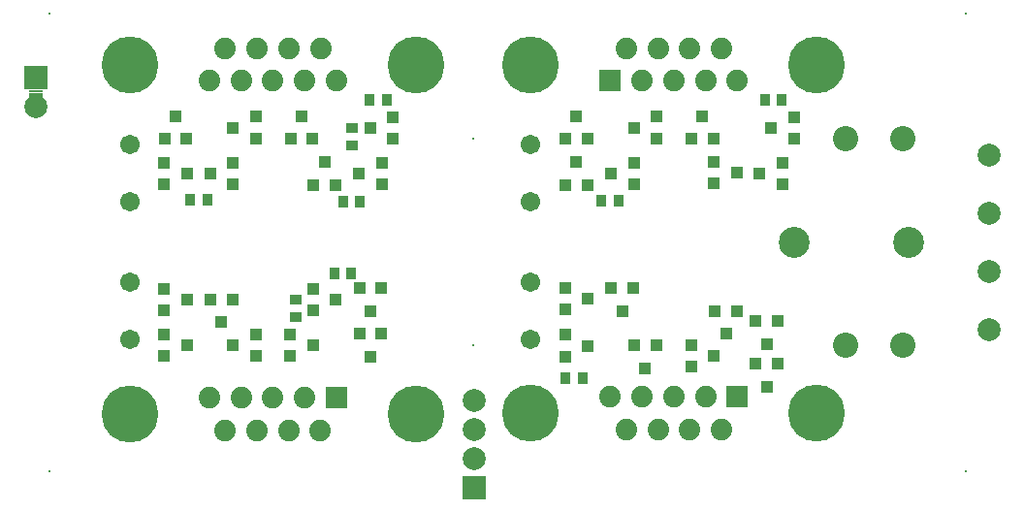
<source format=gbs>
G04 Layer_Color=16711935*
%FSLAX25Y25*%
%MOIN*%
G70*
G01*
G75*
%ADD52R,0.04343X0.03556*%
%ADD53R,0.03556X0.04343*%
%ADD63C,0.10642*%
%ADD64C,0.00800*%
%ADD65C,0.07453*%
%ADD66R,0.07453X0.07453*%
%ADD67C,0.19540*%
%ADD68C,0.07887*%
%ADD69R,0.07887X0.07887*%
%ADD70R,0.07887X0.07887*%
%ADD71C,0.06706*%
%ADD72C,0.08674*%
%ADD73R,0.04724X0.00787*%
%ADD74R,0.04343X0.03950*%
%ADD75R,0.03950X0.04343*%
%ADD76R,0.04737X0.03162*%
D52*
X96457Y78740D02*
D03*
X96457Y72835D02*
D03*
X115748Y131693D02*
D03*
X115748Y137598D02*
D03*
D53*
X115551Y87795D02*
D03*
X109646Y87795D02*
D03*
X127756Y147244D02*
D03*
X121850Y147244D02*
D03*
X60039Y112992D02*
D03*
X65945Y112992D02*
D03*
X112598Y112205D02*
D03*
X118504Y112205D02*
D03*
X263583Y147244D02*
D03*
X257677Y147244D02*
D03*
X201378Y112598D02*
D03*
X207283Y112598D02*
D03*
X189173Y51575D02*
D03*
X195079Y51575D02*
D03*
D63*
X267717Y98425D02*
D03*
X307087Y98425D02*
D03*
D64*
X157480Y133858D02*
D03*
X157480Y62992D02*
D03*
X326772Y19685D02*
D03*
X326772Y177165D02*
D03*
X11811Y177165D02*
D03*
X11811Y19685D02*
D03*
D65*
X204567Y45276D02*
D03*
X210020Y34095D02*
D03*
X215472Y45276D02*
D03*
X220925Y34095D02*
D03*
X226378Y45276D02*
D03*
X231831Y34095D02*
D03*
X237283Y45276D02*
D03*
X242736Y34095D02*
D03*
X248189Y153858D02*
D03*
X242736Y165039D02*
D03*
X237283Y153858D02*
D03*
X231831Y165039D02*
D03*
X226378Y153858D02*
D03*
X220925Y165039D02*
D03*
X215472Y153858D02*
D03*
X210020Y165039D02*
D03*
X110394Y153858D02*
D03*
X104941Y165039D02*
D03*
X99488Y153858D02*
D03*
X94035Y165039D02*
D03*
X88583Y153858D02*
D03*
X83130Y165039D02*
D03*
X77677Y153858D02*
D03*
X72224Y165039D02*
D03*
X66772Y153858D02*
D03*
X66752Y44961D02*
D03*
X72205Y33779D02*
D03*
X77658Y44961D02*
D03*
X83110Y33779D02*
D03*
X88563Y44961D02*
D03*
X94016Y33779D02*
D03*
X99468Y44961D02*
D03*
X104921Y33779D02*
D03*
D66*
X248189Y45276D02*
D03*
X204567Y153858D02*
D03*
X110374Y44961D02*
D03*
D67*
X275571Y39685D02*
D03*
X177185Y39685D02*
D03*
X177185Y159449D02*
D03*
X275571Y159449D02*
D03*
X39390Y159449D02*
D03*
X137776Y159449D02*
D03*
X137756Y39370D02*
D03*
X39370Y39370D02*
D03*
D68*
X334646Y128425D02*
D03*
X334646Y108425D02*
D03*
X334646Y88425D02*
D03*
X334646Y68425D02*
D03*
X157874Y24134D02*
D03*
X157874Y34134D02*
D03*
X157874Y44134D02*
D03*
X7087Y145000D02*
D03*
D69*
X157874Y14134D02*
D03*
D70*
X7087Y155000D02*
D03*
D71*
X39370Y131890D02*
D03*
X39370Y112205D02*
D03*
X39370Y64961D02*
D03*
X39370Y84646D02*
D03*
X177165Y64961D02*
D03*
X177165Y84646D02*
D03*
X177165Y131890D02*
D03*
X177165Y112205D02*
D03*
D72*
X285433Y62992D02*
D03*
X305118Y62992D02*
D03*
X285433Y133858D02*
D03*
X305118Y133858D02*
D03*
D73*
X7087Y150394D02*
D03*
D74*
X122047Y137598D02*
D03*
X129921Y133858D02*
D03*
X129921Y141339D02*
D03*
X118110Y122047D02*
D03*
X125984Y118307D02*
D03*
X125984Y125787D02*
D03*
X59055Y122047D02*
D03*
X51181Y125787D02*
D03*
X51181Y118307D02*
D03*
X66929Y122047D02*
D03*
X74803Y118307D02*
D03*
X74803Y125787D02*
D03*
X74803Y137795D02*
D03*
X82677Y134055D02*
D03*
X82677Y141535D02*
D03*
X259842Y137598D02*
D03*
X267717Y133858D02*
D03*
X267717Y141339D02*
D03*
X255906Y122047D02*
D03*
X263779Y118307D02*
D03*
X263779Y125787D02*
D03*
X248031Y122244D02*
D03*
X240158Y125984D02*
D03*
X240158Y118504D02*
D03*
X204724Y122047D02*
D03*
X212598Y118307D02*
D03*
X212598Y125787D02*
D03*
X212598Y137795D02*
D03*
X220472Y134055D02*
D03*
X220472Y141535D02*
D03*
X196850Y62795D02*
D03*
X188976Y66535D02*
D03*
X188976Y59055D02*
D03*
X196850Y78937D02*
D03*
X188976Y82677D02*
D03*
X188976Y75197D02*
D03*
X240158Y59252D02*
D03*
X232283Y62992D02*
D03*
X232283Y55512D02*
D03*
X59055Y62992D02*
D03*
X51181Y66732D02*
D03*
X51181Y59252D02*
D03*
X59055Y78740D02*
D03*
X51181Y82480D02*
D03*
X51181Y75000D02*
D03*
X74803Y62992D02*
D03*
X82677Y59252D02*
D03*
X82677Y66732D02*
D03*
X110236Y78740D02*
D03*
X102362Y82480D02*
D03*
X102362Y75000D02*
D03*
X102362Y62992D02*
D03*
X94488Y66732D02*
D03*
X94488Y59252D02*
D03*
D75*
X106299Y125984D02*
D03*
X102559Y118110D02*
D03*
X110039Y118110D02*
D03*
X98425Y141732D02*
D03*
X94685Y133858D02*
D03*
X102165Y133858D02*
D03*
X55118Y141732D02*
D03*
X51378Y133858D02*
D03*
X58858Y133858D02*
D03*
X236221Y141732D02*
D03*
X232480Y133858D02*
D03*
X239961Y133858D02*
D03*
X192913Y141732D02*
D03*
X189173Y133858D02*
D03*
X196653Y133858D02*
D03*
X192913Y125984D02*
D03*
X189173Y118110D02*
D03*
X196653Y118110D02*
D03*
X208661Y74803D02*
D03*
X212402Y82677D02*
D03*
X204921Y82677D02*
D03*
X216535Y55118D02*
D03*
X220276Y62992D02*
D03*
X212795Y62992D02*
D03*
X258268Y48819D02*
D03*
X262008Y56693D02*
D03*
X254528Y56693D02*
D03*
X258268Y63386D02*
D03*
X262008Y71260D02*
D03*
X254528Y71260D02*
D03*
X244291Y66929D02*
D03*
X248031Y74803D02*
D03*
X240551Y74803D02*
D03*
X70866Y70866D02*
D03*
X74606Y78740D02*
D03*
X67126Y78740D02*
D03*
X122047Y59055D02*
D03*
X125787Y66929D02*
D03*
X118307Y66929D02*
D03*
X122047Y74803D02*
D03*
X125787Y82677D02*
D03*
X118307Y82677D02*
D03*
D76*
X7087Y152362D02*
D03*
X7087Y148425D02*
D03*
M02*

</source>
